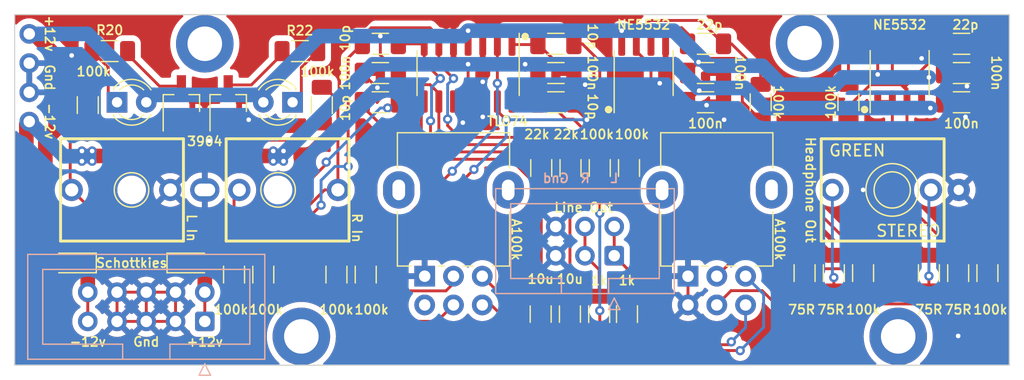
<source format=kicad_pcb>
(kicad_pcb (version 20221018) (generator pcbnew)
  (layers (0 "F.Cu" signal) (31 "B.Cu" signal) (34 "B.Paste" user) (35 "F.Paste" user) (36 "B.SilkS" user "B.Silkscreen") (37 "F.SilkS" user "F.Silkscreen") (38 "B.Mask" user) (39 "F.Mask" user) (44 "Edge.Cuts" user))
  (net 0 "")
  (net 1 "Net-(U1A--)")
  (net 2 "Net-(C1-Pad2)")
  (net 3 "Net-(U1C--)")
  (net 4 "Net-(C2-Pad2)")
  (net 5 "Net-(U1B--)")
  (net 6 "Net-(C16-Pad1)")
  (net 7 "Net-(U1D--)")
  (net 8 "Net-(C4-Pad2)")
  (net 9 "Net-(U3A--)")
  (net 10 "Net-(U3A-+)")
  (net 11 "Net-(U4A--)")
  (net 12 "Net-(U4A-+)")
  (net 13 "+12v")
  (net 14 "-12v")
  (net 15 "Intermediate L")
  (net 16 "Intermediate R")
  (net 17 "Net-(D1-K)")
  (net 18 "Net-(D2-K)")
  (net 19 "Net-(D3-A)")
  (net 20 "Net-(D4-K)")
  (net 21 "In L")
  (net 22 "GND")
  (net 23 "In R")
  (net 24 "Net-(J4-SIG)")
  (net 25 "Net-(J4-SW)")
  (net 26 "Net-(J5-+12V-Pad1)")
  (net 27 "Net-(J5-GND-Pad3)")
  (net 28 "Net-(Q1-B)")
  (net 29 "Net-(Q1-C)")
  (net 30 "Net-(Q2-B)")
  (net 31 "Net-(Q2-C)")
  (net 32 "Net-(R3-Pad1)")
  (net 33 "Net-(R8-Pad1)")
  (net 34 "Net-(R11-Pad1)")
  (net 35 "Net-(R14-Pad1)")
  (net 36 "Net-(U3B--)")
  (net 37 "Net-(U4B--)")
  (footprint "Capacitor_SMD:C_1206_3216Metric_Pad1.33x1.80mm_HandSolder" (layer "F.Cu") (at 97.79 66.0455)
    (fp_text reference "C10" hide)
    (fp_text value "100n")
  )
  (footprint "Capacitor_SMD:C_1206_3216Metric_Pad1.33x1.80mm_HandSolder" (layer "F.Cu") (at 96.4692 87.0005 -90)
    (fp_text reference "C15" hide)
    (fp_text value "10u")
  )
  (footprint "Resistor_SMD:R_1206_3216Metric_Pad1.30x1.75mm_HandSolder" (layer "F.Cu") (at 72.39 83.566 -90)
    (fp_text reference "R6" hide)
    (fp_text value "100k")
  )
  (footprint "Diode_SMD:D_SOD-323_HandSoldering" (layer "F.Cu") (at 66.04 82.5555)
    (fp_text reference "D3" hide)
    (fp_text value "D_Schottky" hide)
  )
  (footprint "Package_SO:SOIC-8_3.9x4.9mm_P1.27mm" (layer "F.Cu") (at 105.41 66.0455 90)
    (fp_text reference "U3" hide)
    (fp_text value "NE5532")
  )
  (footprint "Capacitor_SMD:C_1206_3216Metric_Pad1.33x1.80mm_HandSolder" (layer "F.Cu") (at 97.79 63.5055 180)
    (fp_text reference "C2" hide)
    (fp_text value "10p")
  )
  (footprint "Capacitor_SMD:C_1206_3216Metric_Pad1.33x1.80mm_HandSolder" (layer "F.Cu") (at 110.7825 66.0455 180)
    (fp_text reference "C13" hide)
    (fp_text value "100n")
  )
  (footprint "Capacitor_SMD:C_1206_3216Metric_Pad1.33x1.80mm_HandSolder" (layer "F.Cu") (at 97.79 68.5855 180)
    (fp_text reference "C4" hide)
    (fp_text value "10p")
  )
  (footprint "Capacitor_SMD:C_1206_3216Metric_Pad1.33x1.80mm_HandSolder" (layer "F.Cu") (at 82.55 68.5855 180)
    (fp_text reference "C1" hide)
    (fp_text value "10p")
  )
  (footprint "LED_THT:LED_D3.0mm_Clear" (layer "F.Cu") (at 59.69 68.5855)
    (fp_text reference "D1" hide)
    (fp_text value "LED" hide)
  )
  (footprint "Capacitor_SMD:C_1206_3216Metric_Pad1.33x1.80mm_HandSolder" (layer "F.Cu") (at 133.0075 63.5055 180)
    (fp_text reference "C6" hide)
    (fp_text value "22p")
  )
  (footprint "Potentiometer_THT:Potentiometer_Alpha_RD902F-40-00D_Dual_Vertical" (layer "F.Cu") (at 86.4 83.7055 90)
    (fp_text reference "RV2" hide)
    (fp_text value "R_Potentiometer_Dual 100k" hide)
  )
  (footprint "Resistor_SMD:R_1206_3216Metric_Pad1.30x1.75mm_HandSolder" (layer "F.Cu") (at 123.19 68.58 -90)
    (fp_text reference "R15" hide)
    (fp_text value "100k")
  )
  (footprint "Resistor_SMD:R_1206_3216Metric_Pad1.30x1.75mm_HandSolder" (layer "F.Cu") (at 103.9622 87.0005 90)
    (fp_text reference "R5" hide)
    (fp_text value "1k")
  )
  (footprint "Capacitor_SMD:C_1206_3216Metric_Pad1.33x1.80mm_HandSolder" (layer "F.Cu") (at 110.7825 63.5055)
    (fp_text reference "C5" hide)
    (fp_text value "22p")
  )
  (footprint "Resistor_SMD:R_1206_3216Metric_Pad1.30x1.75mm_HandSolder" (layer "F.Cu") (at 78.74 83.566 90)
    (fp_text reference "R3" hide)
    (fp_text value "100k")
  )
  (footprint "Capacitor_SMD:C_1206_3216Metric_Pad1.33x1.80mm_HandSolder" (layer "F.Cu") (at 82.55 66.0455)
    (fp_text reference "C9" hide)
    (fp_text value "100n")
  )
  (footprint "Capacitor_SMD:C_1206_3216Metric_Pad1.33x1.80mm_HandSolder" (layer "F.Cu") (at 110.7825 68.5855)
    (fp_text reference "C12" hide)
    (fp_text value "100n")
  )
  (footprint "Package_SO:SOIC-14_3.9x8.7mm_P1.27mm" (layer "F.Cu") (at 90.17 66.0455 -90)
    (fp_text reference "U1" hide)
    (fp_text value "TL074")
  )
  (footprint "Resistor_SMD:R_1206_3216Metric_Pad1.30x1.75mm_HandSolder" (layer "F.Cu") (at 101.6 74.3005 -90)
    (fp_text reference "R9" hide)
    (fp_text value "100k")
  )
  (footprint "Resistor_SMD:R_1206_3216Metric_Pad1.30x1.75mm_HandSolder" (layer "F.Cu") (at 69.85 83.566 -90)
    (fp_text reference "R1" hide)
    (fp_text value "100k")
  )
  (footprint "Resistor_SMD:R_1206_3216Metric_Pad1.30x1.75mm_HandSolder" (layer "F.Cu") (at 135.255 83.439 90)
    (fp_text reference "R14" hide)
    (fp_text value "100k")
  )
  (footprint "Resistor_SMD:R_1206_3216Metric_Pad1.30x1.75mm_HandSolder" (layer "F.Cu") (at 104.14 74.3005 -90)
    (fp_text reference "R4" hide)
    (fp_text value "100k")
  )
  (footprint "Package_TO_SOT_SMD:SOT-23_Handsoldering" (layer "F.Cu") (at 65.278 68.6816 90)
    (fp_text reference "Q1" hide)
    (fp_text value "3904")
  )
  (footprint "Capacitor_SMD:C_1206_3216Metric_Pad1.33x1.80mm_HandSolder" (layer "F.Cu") (at 99.0092 87.0005 -90)
    (fp_text reference "C16" hide)
    (fp_text value "10u")
  )
  (footprint "PCM_4ms_Jack:EighthInch_PJ398SM_with_hole" (layer "F.Cu") (at 73.66 76.2055 180)
    (fp_text reference "J2" hide)
    (fp_text value "IN R" hide)
  )
  (footprint "Resistor_SMD:R_1206_3216Metric_Pad1.30x1.75mm_HandSolder" (layer "F.Cu") (at 119.38 83.439 -90)
    (fp_text reference "R23" hide)
    (fp_text value "75R")
  )
  (footprint "Capacitor_SMD:C_1206_3216Metric_Pad1.33x1.80mm_HandSolder" (layer "F.Cu") (at 133.0075 68.5855)
    (fp_text reference "C14" hide)
    (fp_text value "100n")
  )
  (footprint "Resistor_SMD:R_1206_3216Metric_Pad1.30x1.75mm_HandSolder" (layer "F.Cu") (at 130.175 83.4335 -90)
    (fp_text reference "R24" hide)
    (fp_text value "75R")
  )
  (footprint "" (layer "F.Cu") (at 75.692 88.94)
    (fp_text reference "")
    (fp_text value "")
  )
  (footprint "Capacitor_SMD:C_1206_3216Metric_Pad1.33x1.80mm_HandSolder" (layer "F.Cu") (at 133.0075 66.0455 180)
    (fp_text reference "C11" hide)
    (fp_text value "100n")
  )
  (footprint "Resistor_SMD:R_1206_3216Metric_Pad1.30x1.75mm_HandSolder" (layer "F.Cu") (at 77.47 68.834 -90)
    (fp_text reference "R21" hide)
    (fp_text value "100k")
  )
  (footprint "Resistor_SMD:R_1206_3216Metric_Pad1.30x1.75mm_HandSolder" (layer "F.Cu") (at 81.28 83.566 90)
    (fp_text reference "R8" hide)
    (fp_text value "100k")
  )
  (footprint "Package_SO:SOIC-8_3.9x4.9mm_P1.27mm" (layer "F.Cu") (at 127.635 66.0455 90)
    (fp_text reference "U4" hide)
    (fp_text value "NE5532")
  )
  (footprint "Resistor_SMD:R_1206_3216Metric_Pad1.30x1.75mm_HandSolder" (layer "F.Cu") (at 96.52 74.3005 -90)
    (fp_text reference "R2" hide)
    (fp_text value "22k")
  )
  (footprint "Resistor_SMD:R_1206_3216Metric_Pad1.30x1.75mm_HandSolder" (layer "F.Cu") (at 115.57 68.58 90)
    (fp_text reference "R12" hide)
    (fp_text value "100k")
  )
  (footprint "Diode_SMD:D_SOD-323_HandSoldering" (layer "F.Cu") (at 55.88 82.5555 180)
    (fp_text reference "D4" hide)
    (fp_text value "D_Schottky" hide)
  )
  (footprint "Resistor_SMD:R_1206_3216Metric_Pad1.30x1.75mm_HandSolder" (layer "F.Cu") (at 124.46 83.439 90)
    (fp_text reference "R11" hide)
    (fp_text value "100k")
  )
  (footprint "Resistor_SMD:R_1206_3216Metric_Pad1.30x1.75mm_HandSolder" (layer "F.Cu") (at 101.5492 87.0005 90)
    (fp_text reference "R10" hide)
    (fp_text value "1k")
  )
  (footprint "Potentiometer_THT:Potentiometer_Alpha_RD902F-40-00D_Dual_Vertical" (layer "F.Cu") (at 109.26 83.7055 90)
    (fp_text reference "RV1" hide)
    (fp_text value "R_Potentiometer_Dual 100k" hide)
  )
  (footprint "" (layer "F.Cu") (at 67.31 63.5)
    (fp_text reference "")
    (fp_text value "")
  )
  (footprint "PCM_4ms_Jack:EighthInch_Stereo_PJ366ST" (layer "F.Cu") (at 127 76.2055)
    (fp_text reference "J4" hide)
    (fp_text value "3.5mm_Stereo" hide)
  )
  (footprint "" (layer "F.Cu") (at 119.38 63.44)
    (fp_text reference "")
    (fp_text value "")
  )
  (footprint "LED_THT:LED_D3.0mm_Clear" (layer "F.Cu") (at 74.93 68.5855 180)
    (fp_text reference "D2" hide)
    (fp_text value "LED" hide)
  )
  (footprint "Resistor_SMD:R_1206_3216Metric_Pad1.30x1.75mm_HandSolder" (layer "F.Cu") (at 99.06 74.3005 -90)
    (fp_text reference "R7" hide)
    (fp_text value "22k")
  )
  (footprint "Resistor_SMD:R_1206_3216Metric_Pad1.30x1.75mm_HandSolder" (layer "F.Cu") (at 75.565 64.135 180)
    (fp_text reference "R22")
    (fp_text value "1k" hide)
  )
  (footprint "Resistor_SMD:R_1206_3216Metric_Pad1.30x1.75mm_HandSolder" (layer "F.Cu") (at 132.715 83.439 -90)
    (fp_text reference "R16" hide)
    (fp_text value "75R")
  )
  (footprint "Capacitor_SMD:C_1206_3216Metric_Pad1.33x1.80mm_HandSolder" (layer "F.Cu") (at 82.55 63.5055)
    (fp_text reference "C3" hide)
    (fp_text value "10p")
  )
  (footprint "" (layer "F.Cu") (at 127.508 88.94)
    (fp_text reference "")
    (fp_text value "")
  )
  (footprint "PCM_4ms_Jack:EighthInch_PJ398SM_with_hole" (layer "F.Cu") (at 60.96 76.2055)
    (fp_text reference "J1" hide)
    (fp_text value "IN L" hide)
  )
  (footprint "Resistor_SMD:R_1206_3216Metric_Pad1.30x1.75mm_HandSolder" (layer "F.Cu") (at 59.055 64.135)
    (fp_text reference "R20")
    (fp_text value "1k" hide)
  )
  (footprint "Resistor_SMD:R_1206_3216Metric_Pad1.30x1.75mm_HandSolder" (layer "F.Cu") (at 121.92 83.439 -90)
    (fp_text reference "R13" hide)
    (fp_text value "75R")
  )
  (footprint "Resistor_SMD:R_1206_3216Metric_Pad1.30x1.75mm_HandSolder" (layer "F.Cu") (at 57.15 68.834 -90)
    (fp_text reference "R19" hide)
    (fp_text value "100k")
  )
  (footprint "Package_TO_SOT_SMD:SOT-23_Handsoldering" (layer "F.Cu") (at 69.342 68.6816 90)
    (fp_text reference "Q2" hide)
    (fp_text value "3904" hide)
  )
  (footprint "Connector_PinHeader_2.54mm:PinHeader_1x04_P2.54mm_Vertical_no_silkscreen" (layer "B.Cu") (at 52.07 62.6419 180)
    (fp_text reference "J6" hide)
    (fp_text value "Conn_01x04_Pin" hide)
  )
  (footprint "Connector_IDC:IDC-Header_2x03_P2.54mm_Vertical" (layer "B.Cu") (at 102.855 81.9255 90)
    (fp_text reference "J5" hide)
    (fp_text value "Conn_02x03")
  )
  (footprint "Connector_IDC:IDC-Header_2x05_P2.54mm_Vertical" (layer "B.Cu") (at 67.31 87.6355 90)
    (fp_text reference "J3" hide)
    (fp_text value "Eurorack_Power_10pin_Unshrouded" hide)
  )
  (gr_circle (center 124.587 69.2205) (end 124.841 69.2205) (stroke (width 0.15)) (fill solid) (layer "F.SilkS"))
  (gr_circle (center 95.123 62.8705) (end 95.377 62.8705) (stroke (width 0.15)) (fill solid) (layer "F.SilkS"))
  (gr_circle (center 102.362 69.2205) (end 102.616 69.2205) (stroke (width 0.15)) (fill solid) (layer "F.SilkS"))
  (gr_rect (start 50.8 60.9655) (end 137.16 91.4455) (stroke (width 0.1)) (fill none) (layer "Edge.Cuts"))
  (gr_text "L" (at 102.87 75.1895) (layer "B.SilkS") (effects (font (size 0.8 0.8)) (justify mirror)))
  (gr_text "R" (at 100.33 75.1895) (layer "B.SilkS") (effects (font (size 0.8 0.8)) (justify mirror)))
  (gr_text "Gnd" (at 97.79 75.1895) (layer "B.SilkS") (effects (font (size 0.8 0.8)) (justify mirror)))
  (gr_text "Line Out" (at 100.203 77.7295) (layer "F.SilkS") (effects (font (size 0.8 0.8))))
  (gr_text "R In" (at 80.518 79.5075 -90) (layer "F.SilkS") (effects (font (size 0.8 0.8))))
  (gr_text "L In" (at 66.167 79.5075 -90) (layer "F.SilkS") (effects (font (size 0.8 0.8))))
  (gr_text "-12v" (at 57.15 89.4135) (layer "F.SilkS") (effects (font (size 0.8 0.8) (thickness 0.15) bold)))
  (gr_text "+12v" (at 53.848 62.6165 -90) (layer "F.SilkS") (effects (font (size 0.8 0.8) (thickness 0.15) bold)))
  (gr_text "+12v" (at 67.31 89.4135) (layer "F.SilkS") (effects (font (size 0.8 0.8) (thickness 0.15) bold)))
  (gr_text "Gnd" (at 62.23 89.4135) (layer "F.SilkS") (effects (font (size 0.8 0.8))))
  (gr_text "Schottkies\n" (at 60.96 82.5555) (layer "F.SilkS") (effects (font (size 0.8 0.8))))
  (gr_text "-12v" (at 53.848 70.2365 -90) (layer "F.SilkS") (effects (font (size 0.8 0.8) (thickness 0.15) bold)))
  (gr_text "Gnd" (at 53.848 66.4265 270) (layer "F.SilkS") (effects (font (size 0.8 0.8))))
  (gr_text "A100k" (at 117.221 80.5235 270) (layer "F.SilkS") (effects (font (size 0.8 0.8))))
  (gr_text "Headphone Out" (at 119.888 76.2 -90) (layer "F.SilkS") (effects (font (size 0.8 0.8))))
  (gr_text "A100k" (at 94.361 80.5235 270) (layer "F.SilkS") (effects (font (size 0.8 0.8))))
  (segment (start 79.984 80.772) (end 82.6063 80.772) (width 0.25) (layer "F.Cu") (net 1))
  (segment (start 104.14 71.882) (end 104.14 72.7505) (width 0.25) (layer "F.Cu") (net 1))
  (segment (start 92.71 63.5705) (end 92.71 66.946) (width 0.25) (layer "F.Cu") (net 1))
  (segment (start 100.0815 63.5055) (end 101.6 65.024) (width 0.25) (layer "F.Cu") (net 1))
  (segment (start 92.71 63.5705) (end 92.71 62.8705) (width 0.25) (layer "F.Cu") (net 1))
  (segment (start 98.0825 62.2355) (end 99.3525 63.5055) (width 0.25) (layer "F.Cu") (net 1))
  (segment (start 92.71 62.8705) (end 93.345 62.2355) (width 0.25) (layer "F.Cu") (net 1))
  (segment (start 78.74 82.016) (end 79.984 80.772) (width 0.25) (layer "F.Cu") (net 1))
  (segment (start 93.345 62.2355) (end 98.0825 62.2355) (width 0.25) (layer "F.Cu") (net 1))
  (segment (start 101.6 65.024) (end 101.6 69.342) (width 0.25) (layer "F.Cu") (net 1))
  (segment (start 99.3525 63.5055) (end 100.0815 63.5055) (width 0.25) (layer "F.Cu") (net 1))
  (segment (start 82.6063 80.772) (end 88.7984 74.5799) (width 0.25) (layer "F.Cu") (net 1))
  (segment (start 101.6 69.342) (end 104.14 71.882) (width 0.25) (layer "F.Cu") (net 1))
  (via (at 92.71 66.946) (size 0.8) (drill 0.4) (layers "F.Cu" "B.Cu") (net 1))
  (via (at 88.7984 74.5799) (size 0.8) (drill 0.4) (layers "F.Cu" "B.Cu") (net 1))
  (segment (start 88.7984 74.5291) (end 92.71 70.6175) (width 0.25) (layer "B.Cu") (net 1))
  (segment (start 88.7984 74.5799) (end 88.7984 74.5291) (width 0.25) (layer "B.Cu") (net 1))
  (segment (start 92.71 70.6175) (end 92.71 66.946) (width 0.25) (layer "B.Cu") (net 1))
  (segment (start 85.09 70.4905) (end 82.55 70.4905) (width 0.25) (layer "F.Cu") (net 2))
  (segment (start 96.165 75.8505) (end 96.52 75.8505) (width 0.25) (layer "F.Cu") (net 2))
  (segment (start 88.1689 73.5385) (end 93.853 73.5385) (width 0.25) (layer "F.Cu") (net 2))
  (segment (start 82.55 70.4905) (end 80.9875 68.928) (width 0.25) (layer "F.Cu") (net 2))
  (segment (start 86.106 69.4745) (end 85.09 70.4905) (width 0.25) (layer "F.Cu") (net 2))
  (segment (start 80.9875 68.928) (end 80.9875 68.5855) (width 0.25) (layer "F.Cu") (net 2))
  (segment (start 86.106 69.4745) (end 86.106 71.4756) (width 0.25) (layer "F.Cu") (net 2))
  (segment (start 96.52 85.3872) (end 96.4692 85.438) (width 0.25) (layer "F.Cu") (net 2))
  (segment (start 86.36 68.5205) (end 86.36 69.2205) (width 0.25) (layer "F.Cu") (net 2))
  (segment (start 86.106 71.4756) (end 88.1689 73.5385) (width 0.25) (layer "F.Cu") (net 2))
  (segment (start 93.853 73.5385) (end 96.165 75.8505) (width 0.25) (layer "F.Cu") (net 2))
  (segment (start 96.52 75.8505) (end 96.52 85.3872) (width 0.25) (layer "F.Cu") (net 2))
  (segment (start 86.36 69.2205) (end 86.106 69.4745) (width 0.25) (layer "F.Cu") (net 2))
  (segment (start 77.851 73.959044) (end 74.229544 77.5805) (width 0.25) (layer "F.Cu") (net 3))
  (segment (start 86.868 67.056) (end 87.63 67.818) (width 0.25) (layer "F.Cu") (net 3))
  (segment (start 83.185 69.088) (end 83.61 69.088) (width 0.25) (layer "F.Cu") (net 3))
  (segment (start 87.63 67.818) (end 87.63 68.5205) (width 0.25) (layer "F.Cu") (net 3))
  (segment (start 74.229544 77.5805) (end 73.80625 77.5805) (width 0.25) (layer "F.Cu") (net 3))
  (segment (start 85.642 67.056) (end 86.868 67.056) (width 0.25) (layer "F.Cu") (net 3))
  (segment (start 77.851 73.787) (end 77.851 73.959044) (width 0.25) (layer "F.Cu") (net 3))
  (segment (start 88.8801 72.2685) (end 87.63 71.0184) (width 0.25) (layer "F.Cu") (net 3))
  (segment (start 83.61 69.088) (end 84.1125 68.5855) (width 0.25) (layer "F.Cu") (net 3))
  (segment (start 87.63 71.0184) (end 87.63 68.5205) (width 0.25) (layer "F.Cu") (net 3))
  (segment (start 71.12 80.26675) (end 71.12 83.846) (width 0.25) (layer "F.Cu") (net 3))
  (segment (start 96.038 72.2685) (end 88.8801 72.2685) (width 0.25) (layer "F.Cu") (net 3))
  (segment (start 71.12 83.846) (end 69.85 85.116) (width 0.25) (layer "F.Cu") (net 3))
  (segment (start 73.80625 77.5805) (end 71.12 80.26675) (width 0.25) (layer "F.Cu") (net 3))
  (segment (start 84.1125 68.5855) (end 85.642 67.056) (width 0.25) (layer "F.Cu") (net 3))
  (segment (start 96.52 72.7505) (end 96.038 72.2685) (width 0.25) (layer "F.Cu") (net 3))
  (via (at 77.851 73.787) (size 0.8) (drill 0.4) (layers "F.Cu" "B.Cu") (net 3))
  (via (at 83.185 69.088) (size 0.8) (drill 0.4) (layers "F.Cu" "B.Cu") (net 3))
  (segment (start 77.851 73.787) (end 82.55 69.088) (width 0.25) (layer "B.Cu") (net 3))
  (segment (start 82.55 69.088) (end 83.185 69.088) (width 0.25) (layer "B.Cu") (net 3))
  (segment (start 96.1625 63.5705) (end 96.2275 63.5055) (width 0.25) (layer "F.Cu") (net 4))
  (segment (start 93.98 63.5705) (end 96.1625 63.5705) (width 0.25) (layer "F.Cu") (net 4))
  (segment (start 104.14 75.8505) (end 102.87 74.5805) (width 0.25) (layer "F.Cu") (net 4))
  (segment (start 101.092 65.532) (end 100.33 64.77) (width 0.25) (layer "F.Cu") (net 4))
  (segment (start 102.87 74.5805) (end 102.87 71.4248) (width 0.25) (layer "F.Cu") (net 4))
  (segment (start 105.283 87.5085) (end 105.283 79.6345) (width 0.25) (layer "F.Cu") (net 4))
  (segment (start 104.14 78.4915) (end 104.14 75.8505) (width 0.25) (layer "F.Cu") (net 4))
  (segment (start 100.33 64.77) (end 97.492 64.77) (width 0.25) (layer "F.Cu") (net 4))
  (segment (start 104.241 88.5505) (end 105.283 87.5085) (width 0.25) (layer "F.Cu") (net 4))
  (segment (start 105.283 79.6345) (end 104.14 78.4915) (width 0.25) (layer "F.Cu") (net 4))
  (segment (start 97.492 64.77) (end 96.2275 63.5055) (width 0.25) (layer "F.Cu") (net 4))
  (segment (start 101.092 69.6468) (end 101.092 65.532) (width 0.25) (layer "F.Cu") (net 4))
  (segment (start 102.87 71.4248) (end 101.092 69.6468) (width 0.25) (layer "F.Cu") (net 4))
  (segment (start 103.9622 88.5505) (end 104.241 88.5505) (width 0.25) (layer "F.Cu") (net 4))
  (segment (start 87.63 62.8705) (end 86.868 62.1085) (width 0.25) (layer "F.Cu") (net 5))
  (segment (start 80.9875 62.8781) (end 80.9875 63.5055) (width 0.25) (layer "F.Cu") (net 5))
  (segment (start 87.63 65.248) (end 87.63 63.5705) (width 0.25) (layer "F.Cu") (net 5))
  (segment (start 88.9 66.518) (end 87.63 65.248) (width 0.25) (layer "F.Cu") (net 5))
  (segment (start 79.756 64.737) (end 80.9875 63.5055) (width 0.25) (layer "F.Cu") (net 5))
  (segment (start 88.392 70.6175) (end 89.408 71.6335) (width 0.25) (layer "F.Cu") (net 5))
  (segment (start 79.756 74.168) (end 79.756 64.737) (width 0.25) (layer "F.Cu") (net 5))
  (segment (start 87.63 63.5705) (end 87.63 62.8705) (width 0.25) (layer "F.Cu") (net 5))
  (segment (start 89.408 71.6335) (end 97.943 71.6335) (width 0.25) (layer "F.Cu") (net 5))
  (segment (start 77.406147 77.533853) (end 73.914 81.026) (width 0.25) (layer "F.Cu") (net 5))
  (segment (start 88.392 70.0532) (end 88.392 70.6175) (width 0.25) (layer "F.Cu") (net 5))
  (segment (start 73.914 81.026) (end 73.914 83.592) (width 0.25) (layer "F.Cu") (net 5))
  (segment (start 97.943 71.6335) (end 99.06 72.7505) (width 0.25) (layer "F.Cu") (net 5))
  (segment (start 77.406147 77.533147) (end 77.406147 77.533853) (width 0.25) (layer "F.Cu") (net 5))
  (segment (start 81.7571 62.1085) (end 80.9875 62.8781) (width 0.25) (layer "F.Cu") (net 5))
  (segment (start 86.868 62.1085) (end 81.7571 62.1085) (width 0.25) (layer "F.Cu") (net 5))
  (segment (start 73.914 83.592) (end 72.39 85.116) (width 0.25) (layer "F.Cu") (net 5))
  (via (at 77.406147 77.533147) (size 0.8) (drill 0.4) (layers "F.Cu" "B.Cu") (net 5))
  (via (at 79.756 74.168) (size 0.8) (drill 0.4) (layers "F.Cu" "B.Cu") (net 5))
  (via (at 88.392 70.0532) (size 0.8) (drill 0.4) (layers "F.Cu" "B.Cu") (net 5))
  (via (at 88.9 66.518) (size 0.8) (drill 0.4) (layers "F.Cu" "B.Cu") (net 5))
  (segment (start 88.392 70.0532) (end 88.392 67.026) (width 0.25) (layer "B.Cu") (net 5))
  (segment (start 88.392 67.026) (end 88.9 66.518) (width 0.25) (layer "B.Cu") (net 5))
  (segment (start 77.406147 77.533147) (end 77.406147 75.374853) (width 0.25) (layer "B.Cu") (net 5))
  (segment (start 77.406147 75.374853) (end 78.613 74.168) (width 0.25) (layer "B.Cu") (net 5))
  (segment (start 78.613 74.168) (end 79.756 74.168) (width 0.25) (layer "B.Cu") (net 5))
  (segment (start 86.295 63.5055) (end 84.1125 63.5055) (width 0.25) (layer "F.Cu") (net 6))
  (segment (start 99.06 75.8505) (end 99.0092 75.9013) (width 0.25) (layer "F.Cu") (net 6))
  (segment (start 99.0092 75.9013) (end 99.0092 85.438) (width 0.25) (layer "F.Cu") (net 6))
  (segment (start 86.36 65.121) (end 86.36 63.5705) (width 0.25) (layer "F.Cu") (net 6))
  (segment (start 88.5499 72.9035) (end 94.488 72.9035) (width 0.25) (layer "F.Cu") (net 6))
  (segment (start 86.9055 71.2591) (end 88.5499 72.9035) (width 0.25) (layer "F.Cu") (net 6))
  (segment (start 86.9055 70.2056) (end 86.9055 71.2591) (width 0.25) (layer "F.Cu") (net 6))
  (segment (start 87.757 66.518) (end 86.36 65.121) (width 0.25) (layer "F.Cu") (net 6))
  (segment (start 97.891 74.6815) (end 99.06 75.8505) (width 0.25) (layer "F.Cu") (net 6))
  (segment (start 86.36 63.5705) (end 86.295 63.5055) (width 0.25) (layer "F.Cu") (net 6))
  (segment (start 96.266 74.6815) (end 97.891 74.6815) (width 0.25) (layer "F.Cu") (net 6))
  (segment (start 94.488 72.9035) (end 96.266 74.6815) (width 0.25) (layer "F.Cu") (net 6))
  (via (at 87.757 66.518) (size 0.8) (drill 0.4) (layers "F.Cu" "B.Cu") (net 6))
  (via (at 86.9055 70.2056) (size 0.8) (drill 0.4) (layers "F.Cu" "B.Cu") (net 6))
  (segment (start 86.995 70.1161) (end 86.995 67.28) (width 0.25) (layer "B.Cu") (net 6))
  (segment (start 86.995 67.28) (end 87.757 66.518) (width 0.25) (layer "B.Cu") (net 6))
  (segment (start 86.9055 70.2056) (end 86.995 70.1161) (width 0.25) (layer "B.Cu") (net 6))
  (segment (start 92.71 69.3475) (end 92.71 68.5205) (width 0.25) (layer "F.Cu") (net 7))
  (segment (start 99.3525 68.9741) (end 99.3525 68.5855) (width 0.25) (layer "F.Cu") (net 7))
  (segment (start 93.472 70.1095) (end 92.71 69.3475) (width 0.25) (layer "F.Cu") (net 7))
  (segment (start 81.28 82.016) (end 83.084 82.016) (width 0.25) (layer "F.Cu") (net 7))
  (segment (start 100.4824 70.104) (end 99.3525 68.9741) (width 0.25) (layer "F.Cu") (net 7))
  (segment (start 100.4824 70.104) (end 101.6 71.2216) (width 0.25) (layer "F.Cu") (net 7))
  (segment (start 101.6 71.2216) (end 101.6 72.7505) (width 0.25) (layer "F.Cu") (net 7))
  (segment (start 83.084 82.016) (end 90.678 74.422) (width 0.25) (layer "F.Cu") (net 7))
  (via (at 93.472 70.1095) (size 0.8) (drill 0.4) (layers "F.Cu" "B.Cu") (net 7))
  (via (at 100.4824 70.104) (size 0.8) (drill 0.4) (layers "F.Cu" "B.Cu") (net 7))
  (via (at 90.678 74.422) (size 0.8) (drill 0.4) (layers "F.Cu" "B.Cu") (net 7))
  (segment (start 90.678 74.422) (end 93.472 71.628) (width 0.25) (layer "B.Cu") (net 7))
  (segment (start 93.472 71.628) (end 93.472 70.1095) (width 0.25) (layer "B.Cu") (net 7))
  (segment (start 100.4824 70.104) (end 93.4775 70.104) (width 0.25) (layer "B.Cu") (net 7))
  (segment (start 93.4775 70.104) (end 93.472 70.1095) (width 0.25) (layer "B.Cu") (net 7))
  (segment (start 100.33 71.0692) (end 99.314 70.0532) (width 0.25) (layer "F.Cu") (net 8))
  (segment (start 97.1859 68.5855) (end 96.2275 68.5855) (width 0.25) (layer "F.Cu") (net 8))
  (segment (start 101.6 86.7) (end 101.6 88.4997) (width 0.25) (layer "F.Cu") (net 8))
  (segment (start 96.1625 68.5205) (end 96.2275 68.5855) (width 0.25) (layer "F.Cu") (net 8))
  (segment (start 101.6 75.8505) (end 100.33 74.5805) (width 0.25) (layer "F.Cu") (net 8))
  (segment (start 99.314 70.0532) (end 98.6536 70.0532) (width 0.25) (layer "F.Cu") (net 8))
  (segment (start 93.98 68.5205) (end 96.1625 68.5205) (width 0.25) (layer "F.Cu") (net 8))
  (segment (start 101.6 88.4997) (end 101.5492 88.5505) (width 0.25) (layer "F.Cu") (net 8))
  (segment (start 100.33 74.5805) (end 100.33 71.0692) (width 0.25) (layer "F.Cu") (net 8))
  (segment (start 101.6 78.2375) (end 101.6 75.8505) (width 0.25) (layer "F.Cu") (net 8))
  (segment (start 98.6536 70.0532) (end 97.1859 68.5855) (width 0.25) (layer "F.Cu") (net 8))
  (via (at 101.6 78.2375) (size 0.8) (drill 0.4) (layers "F.Cu" "B.Cu") (net 8))
  (via (at 101.6 86.7) (size 0.8) (drill 0.4) (layers "F.Cu" "B.Cu") (net 8))
  (segment (start 101.6 86.7) (end 101.6 78.2375) (width 0.25) (layer "B.Cu") (net 8))
  (segment (start 104.775 70.739) (end 104.775 68.5205) (width 0.25) (layer "F.Cu") (net 9))
  (segment (start 115.925 81.889) (end 104.775 70.739) (width 0.25) (layer "F.Cu") (net 9))
  (segment (start 119.38 81.889) (end 115.925 81.889) (width 0.25) (layer "F.Cu") (net 9))
  (segment (start 104.775 68.5205) (end 103.505 68.5205) (width 0.25) (layer "F.Cu") (net 9))
  (segment (start 104.775 62.651125) (end 105.952625 61.4735) (width 0.25) (layer "F.Cu") (net 10))
  (segment (start 112.345 63.5055) (end 113.0355 63.5055) (width 0.25) (layer "F.Cu") (net 10))
  (segment (start 104.775 63.5705) (end 104.775 64.1405) (width 0.25) (layer "F.Cu") (net 10))
  (segment (start 121.92 81.889) (end 120.803 80.772) (width 0.25) (layer "F.Cu") (net 10))
  (segment (start 120.803 80.772) (end 115.7045 80.772) (width 0.25) (layer "F.Cu") (net 10))
  (segment (start 106.045 71.1125) (end 106.045 68.5205) (width 0.25) (layer "F.Cu") (net 10))
  (segment (start 106.045 65.4105) (end 106.045 68.5205) (width 0.25) (layer "F.Cu") (net 10))
  (segment (start 104.775 63.5705) (end 104.775 62.651125) (width 0.25) (layer "F.Cu") (net 10))
  (segment (start 115.57 66.04) (end 115.57 67.03) (width 0.25) (layer "F.Cu") (net 10))
  (segment (start 113.0355 63.5055) (end 115.57 66.04) (width 0.25) (layer "F.Cu") (net 10))
  (segment (start 115.7045 80.772) (end 106.045 71.1125) (width 0.25) (layer "F.Cu") (net 10))
  (segment (start 104.775 64.1405) (end 106.045 65.4105) (width 0.25) (layer "F.Cu") (net 10))
  (segment (start 110.313 61.4735) (end 105.952625 61.4735) (width 0.25) (layer "F.Cu") (net 10))
  (segment (start 110.313 61.4735) (end 112.345 63.5055) (width 0.25) (layer "F.Cu") (net 10))
  (segment (start 127 68.5205) (end 125.73 68.5205) (width 0.25) (layer "F.Cu") (net 11))
  (segment (start 127 78.7085) (end 127 68.5205) (width 0.25) (layer "F.Cu") (net 11))
  (segment (start 130.175 81.8835) (end 127 78.7085) (width 0.25) (layer "F.Cu") (net 11))
  (segment (start 128.0795 67.2465) (end 128.27 67.437) (width 0.25) (layer "F.Cu") (net 12))
  (segment (start 128.27 67.564) (end 127.762 67.056) (width 0.25) (layer "F.Cu") (net 12))
  (segment (start 130.265 65.061) (end 130.265 65.070305) (width 0.25) (layer "F.Cu") (net 12))
  (segment (start 131.445 63.881) (end 130.265 65.061) (width 0.25) (layer "F.Cu") (net 12))
  (segment (start 132.715 81.889) (end 128.27 77.444) (width 0.25) (layer "F.Cu") (net 12))
  (segment (start 127.762 67.056) (end 125.095 67.056) (width 0.25) (layer "F.Cu") (net 12))
  (segment (start 127 66.167) (end 127 63.5705) (width 0.25) (layer "F.Cu") (net 12))
  (segment (start 129.840305 65.495) (end 129.831 65.495) (width 0.25) (layer "F.Cu") (net 12))
  (segment (start 129.831 65.495) (end 128.0795 67.2465) (width 0.25) (layer "F.Cu") (net 12))
  (segment (start 123.19 68.961) (end 123.19 70.13) (width 0.25) (layer "F.Cu") (net 12))
  (segment (start 128.27 68.5205) (end 128.27 67.437) (width 0.25) (layer "F.Cu") (net 12))
  (segment (start 130.265 65.070305) (end 129.840305 65.495) (width 0.25) (layer "F.Cu") (net 12))
  (segment (start 128.27 67.437) (end 127 66.167) (width 0.25) (layer "F.Cu") (net 12))
  (segment (start 131.445 63.5055) (end 131.445 63.881) (width 0.25) (layer "F.Cu") (net 12))
  (segment (start 125.095 67.056) (end 123.19 68.961) (width 0.25) (layer "F.Cu") (net 12))
  (segment (start 128.27 68.5205) (end 128.27 67.564) (width 0.25) (layer "F.Cu") (net 12))
  (segment (start 128.27 77.444) (end 128.27 68.5205) (width 0.25) (layer "F.Cu") (net 12))
  (segment (start 130.175 66.421) (end 131.0695 66.421) (width 0.25) (layer "F.Cu") (net 13))
  (segment (start 82.55 64.483) (end 84.1125 66.0455) (width 0.25) (layer "F.Cu") (net 13))
  (segment (start 52.4764 62.6419) (end 52.07 62.6419) (width 1.27) (layer "F.Cu") (net 13))
  (segment (start 62.504 80.2695) (end 55.245 80.2695) (width 1.27) (layer "F.Cu") (net 13))
  (segment (start 53.467 78.4915) (end 53.467 71.882) (width 1.27) (layer "F.Cu") (net 13))
  (segment (start 90.17 62.3625) (end 90.17 63.5705) (width 0.25) (layer "F.Cu") (net 13))
  (segment (start 125.73 63.5705) (end 125.73 66.167) (width 0.25) (layer "F.Cu") (net 13))
  (segment (start 64.79 82.5555) (end 62.504 80.2695) (width 1.27) (layer "F.Cu") (net 13))
  (segment (start 131.0695 66.421) (end 131.445 66.0455) (width 0.25) (layer "F.Cu") (net 13))
  (segment (start 53.467 71.882) (end 54.356 70.993) (width 1.27) (layer "F.Cu") (net 13))
  (segment (start 54.356 70.993) (end 54.356 64.5215) (width 1.27) (layer "F.Cu") (net 13))
  (segment (start 82.55 62.833) (end 82.55 64.483) (width 0.25) (layer "F.Cu") (net 13))
  (segment (start 103.505 62.3625) (end 103.505 63.5705) (width 0.25) (layer "F.Cu") (net 13))
  (segment (start 110.17525 65.09025) (end 109.22 66.0455) (width 0.25) (layer "F.Cu") (net 13))
  (segment (start 55.245 80.2695) (end 53.467 78.4915) (width 1.27) (layer "F.Cu") (net 13))
  (segment (start 54.356 64.5215) (end 52.4764 62.6419) (width 1.27) (layer "F.Cu") (net 13))
  (via (at 125.73 66.167) (size 0.8) (drill 0.4) (layers "F.Cu" "B.Cu") (net 13))
  (via (at 90.17 62.3625) (size 0.8) (drill 0.4) (layers "F.Cu" "B.Cu") (net 13))
  (via (at 103.505 62.3625) (size 0.8) (drill 0.4) (layers "F.Cu" "B.Cu") (net 13))
  (via (at 110.17525 65.09025) (size 0.8) (drill 0.4) (layers "F.Cu" "B.Cu") (net 13))
  (via (at 130.175 66.421) (size 0.8) (drill 0.4) (layers "F.Cu" "B.Cu") (net 13))
  (via (at 82.55 62.833) (size 0.8) (drill 0.4) (layers "F.Cu" "B.Cu") (net 13))
  (segment (start 130.175 66.421) (end 122.682 66.421) (width 1.27) (layer "B.Cu") (net 13))
  (segment (start 108.010402 62.3625) (end 90.17 62.3625) (width 1.27) (layer "B.Cu") (net 13))
  (segment (start 71.7495 67.945) (end 62.8705 67.945) (width 1.27) (layer "B.Cu") (net 13))
  (segment (start 82.55 62.833) (end 77.2125 62.833) (width 1.27) (layer "B.Cu") (net 13))
  (segment (start 72.39 68.5855) (end 71.7495 67.945) (width 1.27) (layer "B.Cu") (net 13))
  (segment (start 117.3425 67.056) (end 115.697 65.4105) (width 1.27) (layer "B.Cu") (net 13))
  (segment (start 89.6995 62.833) (end 90.17 62.3625) (width 1.27) (layer "B.Cu") (net 13))
  (segment (start 111.058402 65.4105) (end 108.010402 62.3625) (width 1.27) (layer "B.Cu") (net 13))
  (segment (start 122.047 67.056) (end 117.3425 67.056) (width 1.27) (layer "B.Cu") (net 13))
  (segment (start 115.697 65.4105) (end 111.058402 65.4105) (width 1.27) (layer "B.Cu") (net 13))
  (segment (start 77.2125 62.833) (end 72.39 67.6555) (width 1.27) (layer "B.Cu") (net 13))
  (segment (start 62.23 68.5855) (end 62.23 67.734) (width 1.27) (layer "B.Cu") (net 13))
  (segment (start 122.682 66.421) (end 122.047 67.056) (width 1.27) (layer "B.Cu") (net 13))
  (segment (start 82.55 62.833) (end 89.6995 62.833) (width 1.27) (layer "B.Cu") (net 13))
  (segment (start 57.1379 62.6419) (end 52.07 62.6419) (width 1.27) (layer "B.Cu") (net 13))
  (segment (start 62.23 67.734) (end 57.1379 62.6419) (width 1.27) (layer "B.Cu") (net 13))
  (segment (start 62.8705 67.945) (end 62.23 68.5855) (width 1.27) (layer "B.Cu") (net 13))
  (segment (start 72.39 67.6555) (end 72.39 68.5855) (width 1.27) (layer "B.Cu") (net 13))
  (segment (start 130.302 69.088) (end 129.794 69.088) (width 0.25) (layer "F.Cu") (net 14))
  (segment (start 90.17 68.5205) (end 90.17 65.278) (width 0.25) (layer "F.Cu") (net 14))
  (segment (start 130.9425 69.088) (end 131.445 68.5855) (width 0.25) (layer "F.Cu") (net 14))
  (segment (start 130.302 69.088) (end 130.9425 69.088) (width 0.25) (layer "F.Cu") (net 14))
  (segment (start 110.236 67.5695) (end 109.22 68.5855) (width 0.25) (layer "F.Cu") (net 14))
  (segment (start 95.123 65.278) (end 95.8905 66.0455) (width 0.25) (layer "F.Cu") (net 14))
  (segment (start 54.63 82.5555) (end 51.816 79.7415) (width 1.27) (layer "F.Cu") (net 14))
  (segment (start 129.794 69.088) (end 129.54 68.834) (width 0.25) (layer "F.Cu") (net 14))
  (segment (start 129.54 68.834) (end 129.54 68.5205) (width 0.25) (layer "F.Cu") (net 14))
  (segment (start 95.8905 66.0455) (end 96.2275 66.0455) (width 0.25) (layer "F.Cu") (net 14))
  (segment (start 73.8632 73.2536) (end 56.896 73.2536) (width 1.27) (layer "F.Cu") (net 14))
  (segment (start 51.816 79.7415) (end 51.816 70.5159) (width 1.27) (layer "F.Cu") (net 14))
  (segment (start 109.22 68.5855) (end 107.38 68.5855) (width 0.25) (layer "F.Cu") (net 14))
  (segment (start 107.38 68.5855) (end 107.315 68.5205) (width 0.25) (layer "F.Cu") (net 14))
  (segment (start 51.816 70.5159) (end 52.07 70.2619) (width 1.27) (layer "F.Cu") (net 14))
  (via (at 57.531 72.8218) (size 0.8) (drill 0.4) (layers "F.Cu" "B.Cu") (net 14))
  (via (at 73.2536 72.8218) (size 0.8) (drill 0.4) (layers "F.Cu" "B.Cu") (net 14))
  (via (at 95.123 65.278) (size 0.8) (drill 0.4) (layers "F.Cu" "B.Cu") (net 14))
  (via (at 57.531 73.7108) (size 0.8) (drill 0.4) (layers "F.Cu" "B.Cu") (net 14))
  (via (at 74.1426 72.8218) (size 0.8) (drill 0.4) (layers "F.Cu" "B.Cu") (net 14))
  (via (at 90.17 65.278) (size 0.8) (drill 0.4) (layers "F.Cu" "B.Cu") (net 14))
  (via (at 56.642 72.8218) (size 0.8) (drill 0.4) (layers "F.Cu" "B.Cu") (net 14))
  (via (at 110.236 67.5695) (size 0.8) (drill 0.4) (layers "F.Cu" "B.Cu") (net 14))
  (via (at 74.1426 73.7108) (size 0.8) (drill 0.4) (layers "F.Cu" "B.Cu") (net 14))
  (via (at 130.302 69.088) (size 0.8) (drill 0.4) (layers "F.Cu" "B.Cu") (net 14))
  (via (at 56.642 73.7108) (size 0.8) (drill 0.4) (layers "F.Cu" "B.Cu") (net 14))
  (via (at 73.2536 73.7108) (size 0.8) (drill 0.4) (layers "F.Cu" "B.Cu") (net 14))
  (segment (start 114.203 67.3455) (end 110.1445 67.3455) (width 1.27) (layer "B.Cu") (net 14))
  (segment (start 95.1285 65.2835) (end 95.123 65.278) (width 1.27) (layer "B.Cu") (net 14))
  (segment (start 110.1445 67.3455) (end 108.0825 65.2835) (width 1.27) (layer "B.Cu") (net 14))
  (segment (start 95.123 65.278) (end 95.1175 65.2835) (width 1.27) (layer "B.Cu") (net 14))
  (segment (start 130.302 69.088) (end 115.9455 69.088) (width 1.27) (layer "B.Cu") (net 14))
  (segment (start 56.769 73.279) (end 55.0871 73.279) (width 1.27) (layer "B.Cu") (net 14))
  (segment (start 57.277 73.279) (end 56.769 73.279) (width 1.27) (layer "B.Cu") (net 14))
  (segment (start 55.0871 73.279) (end 52.07 70.2619) (width 1.27) (layer "B.Cu") (net 14))
  (segment (start 73.914 73.279) (end 73.406 73.279) (width 1.27) (layer "B.Cu") (net 14))
  (segment (start 95.1175 65.2835) (end 81.9095 65.2835) (width 1.27) (layer "B.Cu") (net 14))
  (segment (start 108.0825 65.2835) (end 95.1285 65.2835) (width 1.27) (layer "B.Cu") (net 14))
  (segment (start 81.9095 65.2835) (end 73.914 73.279) (width 1.27) (layer "B.Cu") (net 14))
  (segment (start 115.9455 69.088) (end 114.203 67.3455) (width 1.27) (layer "B.Cu") (net 14))
  (segment (start 91.4 86.2055) (end 92.1745 86.2055) (width 0.25) (layer "F.Cu") (net 15))
  (segment (start 98.0762 90.17) (end 96.4692 88.563) (width 0.25) (layer "F.Cu") (net 15))
  (segment (start 94.532 88.563) (end 96.4692 88.563) (width 0.25) (layer "F.Cu") (net 15))
  (segment (start 92.1745 86.2055) (end 94.532 88.563) (width 0.25) (layer "F.Cu") (net 15))
  (segment (start 113.792 90.1755) (end 113.7865 90.17) (width 0.25) (layer "F.Cu") (net 15))
  (segment (start 113.7865 90.17) (end 98.0762 90.17) (width 0.25) (layer "F.Cu") (net 15))
  (via (at 113.792 90.1755) (size 0.8) (drill 0.4) (layers "F.Cu" "B.Cu") (net 15))
  (segment (start 115.824 85.2695) (end 114.26 83.7055) (width 0.25) (layer "B.Cu") (net 15))
  (segment (start 115.824 88.1435) (end 115.824 85.2695) (width 0.25) (layer "B.Cu") (net 15))
  (segment (start 113.792 90.1755) (end 115.824 88.1435) (width 0.25) (layer "B.Cu") (net 15))
  (segment (start 94.8165 87.122) (end 97.5682 87.122) (width 0.25) (layer "F.Cu") (net 16))
  (segment (start 97.5682 87.122) (end 99.0092 88.563) (width 0.25) (layer "F.Cu") (net 16))
  (segment (start 112.772195 89.662) (end 100.1082 89.662) (width 0.25) (layer "F.Cu") (net 16))
  (segment (start 91.4 83.7055) (end 94.8165 87.122) (width 0.25) (layer "F.Cu") (net 16))
  (segment (start 100.1082 89.662) (end 99.0092 88.563) (width 0.25) (layer "F.Cu") (net 16))
  (segment (start 113.020695 89.4135) (end 112.772195 89.662) (width 0.25) (layer "F.Cu") (net 16))
  (via (at 113.020695 89.4135) (size 0.8) (drill 0.4) (layers "F.Cu" "B.Cu") (net 16))
  (segment (start 114.26 88.174195) (end 114.26 86.2055) (width 0.25) (layer "B.Cu") (net 16))
  (segment (start 113.020695 89.4135) (end 114.26 88.174195) (width 0.25) (layer "B.Cu") (net 16))
  (segment (start 58.928 65.558) (end 57.505 64.135) (width 0.25) (layer "F.Cu") (net 17))
  (segment (start 58.928 67.8235) (end 58.928 65.558) (width 0.25) (layer "F.Cu") (net 17))
  (segment (start 59.69 68.5855) (end 58.928 67.8235) (width 0.25) (layer "F.Cu") (net 17))
  (segment (start 75.692 67.8235) (end 75.692 65.558) (width 0.25) (layer "F.Cu") (net 18))
  (segment (start 74.93 68.5855) (end 75.692 67.8235) (width 0.25) (layer "F.Cu") (net 18))
  (segment (start 75.692 65.558) (end 77.115 64.135) (width 0.25) (layer "F.Cu") (net 18))
  (segment (start 67.31 82.5755) (end 67.29 82.5555) (width 1.27) (layer "F.Cu") (net 19))
  (segment (start 67.31 85.3495) (end 67.31 82.5755) (width 1.27) (layer "F.Cu") (net 19))
  (segment (start 67.31 85.0955) (end 67.31 87.6355) (width 0.25) (layer "F.Cu") (net 19))
  (segment (start 57.15 85.0955) (end 57.15 87.6355) (width 0.25) (layer "F.Cu") (net 20))
  (segment (start 57.15 85.3495) (end 57.15 82.5555) (width 1.27) (layer "F.Cu") (net 20))
  (segment (start 57.15 67.0355) (end 55.626 68.5595) (width 0.25) (layer "F.Cu") (net 21))
  (segment (start 69.85 76.6627) (end 70.3072 76.2055) (width 0.25) (layer "F.Cu") (net 21))
  (segment (start 66.828 78.994) (end 69.85 82.016) (width 0.25) (layer "F.Cu") (net 21))
  (segment (start 55.626 68.5595) (end 55.626 76.0785) (width 0.25) (layer "F.Cu") (net 21))
  (segment (start 69.85 82.016) (end 69.85 76.6627) (width 0.25) (layer "F.Cu") (net 21))
  (segment (start 55.753 76.2055) (end 58.5415 78.994) (width 0.25) (layer "F.Cu") (net 21))
  (segment (start 58.5415 78.994) (end 66.828 78.994) (width 0.25) (layer "F.Cu") (net 21))
  (segment (start 55.626 76.0785) (end 55.753 76.2055) (width 0.25) (layer "F.Cu") (net 21))
  (segment (start 66.228 69.662) (end 66.228 70.08) (width 0.25) (layer "F.Cu") (net 22))
  (segment (start 82.296 67.3155) (end 82.2575 67.3155) (width 0.25) (layer "F.Cu") (net 22))
  (segment (start 133.477 67.1885) (end 133.477 67.1385) (width 0.25) (layer "F.Cu") (net 22))
  (segment (start 107.315 63.5705) (end 107.315 64.333749) (width 0.25) (layer "F.Cu") (net 22))
  (segment (start 59.69 85.0955) (end 64.77 85.0955) (width 0.25) (layer "F.Cu") (net 22))
  (segment (start 82.2575 67.3155) (end 80.9875 66.0455) (width 0.25) (layer "F.Cu") (net 22))
  (segment (start 107.38 63.5055) (end 107.315 63.5705) (width 0.25) (layer "F.Cu") (net 22))
  (segment (start 88.9 69.088) (end 88.9 68.5205) (width 0.25) (layer "F.Cu") (net 22))
  (segment (start 64.77 87.6355) (end 59.69 87.6355) (width 0.25) (layer "F.Cu") (net 22))
  (segment (start 89.7128 69.9008) (end 88.9 69.088) (width 0.25) (layer "F.Cu") (net 22))
  (segment (start 99.3525 66.0785) (end 100.33 67.056) (width 0.25) (layer "F.Cu") (net 22))
  (segment (start 59.69 85.0955) (end 59.69 87.6355) (width 0.25) (layer "F.Cu") (net 22))
  (segment (start 62.23 85.0955) (end 62.23 87.6355) (width 0.25) (layer "F.Cu") (net 22))
  (segment (start 70.292 70.08) (end 70.292 69.53) (width 0.25) (layer "F.Cu") (net 22))
  (segment (start 99.3525 66.0455) (end 99.3525 66.0785) (width 0.25) (layer "F.Cu") (net 22))
  (segment (start 133.477 67.1385) (end 134.57 66.0455) (width 0.25) (layer "F.Cu") (net 22))
  (segment (start 89.7128 70.358) (end 89.7128 69.9008) (width 0.25) (layer "F.Cu") (net 22))
  (segment (start 109.26 83.7055) (end 109.26 86.2055) (width 0.25) (layer "F.Cu") (net 22))
  (segment (start 133.35 69.8055) (end 134.57 68.5855) (width 0.25) (layer "F.Cu") (net 22))
  (segment (start 64.77 85.0955) (end 64.77 87.6355) (width 0.25) (layer "F.Cu") (net 22))
  (via (at 132.715 88.9) (size 0.8) (drill 0.4) (layers "F.Cu" "B.Cu") (net 22))
  (via (at 124.46 76.2) (size 0.8) (drill 0.4) (layers "F.Cu" "B.Cu") (net 22))
  (via (at 110.871 68.8395) (size 0.8) (drill 0.4) (layers "F.Cu" "B.Cu") (net 22))
  (via (at 89.7128 70.358) (size 0.8) (drill 0.4) (layers "F.Cu" "B.Cu") (net 22))
  (via (at 112.395 70.104) (size 0.8) (drill 0.4) (layers "F.Cu" "B.Cu") (net 22))
  (via (at 133.477 67.1885) (size 0.8) (drill 0.4) (layers "F.Cu" "B.Cu") (net 22))
  (via (at 67.691 71.9328) (size 0.8) (drill 0.4) (layers "F.Cu" "B.Cu") (net 22))
  (via (at 133.35 69.8555) (size 0.8) (drill 0.4) (layers "F.Cu" "B.Cu") (net 22))
  (via (at 55.753 64.516) (size 0.8) (drill 0.4) (layers "F.Cu" "B.Cu") (net 22))
  (via (at 129.54 64.77) (size 0.8) (drill 0.4) (layers "F.Cu" "B.Cu") (net 22))
  (via (at 91.44 66.8075) (size 0.8) (drill 0.4) (layers "F.Cu" "B.Cu") (net 22))
  (via (at 106.807 66.9345) (size 0.8) (drill 0.4) (layers "F.Cu" "B.Cu") (net 22))
  (via (at 100.33 67.056) (size 0.8) (drill 0.4) (layers "F.Cu" "B.Cu") (net 22))
  (via (at 71.12 70.104) (size 0.8) (drill 0.4) (layers "F.Cu" "B.Cu") (net 22))
  (via (at 82.296 67.3155) (size 0.8) (drill 0.4) (layers "F.Cu" "B.Cu") (net 22))
  (via (at 91.44 69.8555) (size 0.8) (drill 0.4) (layers "F.Cu" "B.Cu") (net 22))
  (segment (start 78.867 68.4325) (end 78.867 76.2055) (width 0.25) (layer "F.Cu") (net 23))
  (segment (start 77.709195 76.2055) (end 78.867 76.2055) (width 0.25) (layer "F.Cu") (net 23))
  (segment (start 72.39 82.016) (end 72.39 81.524695) (width 0.25) (layer "F.Cu") (net 23))
  (segment (start 72.39 81.524695) (end 77.709195 76.2055) (width 0.25) (layer "F.Cu") (net 23))
  (segment (start 77.47 67.0355) (end 78.867 68.4325) (width 0.25) (layer "F.Cu") (net 23))
  (segment (start 121.92 84.989) (end 119.38 84.989) (width 0.25) (layer "F.Cu") (net 24))
  (segment (start 121.92 84.989) (end 121.92 83.82) (width 0.25) (layer "F.Cu") (net 24))
  (via (at 121.92 83.82) (size 0.8) (drill 0.4) (layers "F.Cu" "B.Cu") (net 24))
  (segment (start 121.92 83.82) (end 121.793 83.693) (width 0.25) (layer "B.Cu") (net 24))
  (segment (start 121.793 83.693) (end 121.793 76.2055) (width 0.25) (layer "B.Cu") (net 24))
  (segment (start 130.1805 84.989) (end 130.175 84.9835) (width 0.25) (layer "F.Cu") (net 25))
  (segment (start 130.175 84.9835) (end 130.175 83.693) (width 0.25) (layer "F.Cu") (net 25))
  (segment (start 132.715 84.989) (end 130.1805 84.989) (width 0.25) (layer "F.Cu") (net 25))
  (via (at 130.175 83.693) (size 0.8) (drill 0.4) (layers "F.Cu" "B.Cu") (net 25))
  (segment (start 130.175 83.693) (end 130.175 76.3833) (width 0.25) (layer "B.Cu") (net 25))
  (segment (start 130.175 76.3833) (end 130.3528 76.2055) (width 0.25) (layer "B.Cu") (net 25))
  (segment (start 102.855 79.3855) (end 102.855 81.9255) (width 0.25) (layer "F.Cu") (net 26))
  (segment (start 103.9622 85.4505) (end 103.9622 83.0327) (width 0.25) (layer "F.Cu") (net 26))
  (segment (start 103.9622 83.0327) (end 102.855 81.9255) (width 0.25) (layer "F.Cu") (net 26))
  (segment (start 101.5492 85.4505) (end 101.5492 83.1397) (width 0.25) (layer "F.Cu") (net 27))
  (segment (start 100.315 79.3855) (end 100.315 81.9255) (width 0.25) (layer "F.Cu") (net 27))
  (segment (start 101.5492 83.1397) (end 100.335 81.9255) (width 0.25) (layer "F.Cu") (net 27))
  (segment (start 100.335 81.9255) (end 100.315 81.9255) (width 0.25) (layer "F.Cu") (net 27))
  (segment (start 64.2725 70.1355) (end 64.328 70.08) (width 0.25) (layer "F.Cu") (net 28))
  (segment (start 57.15 70.1355) (end 64.2725 70.1355) (width 0.25) (layer "F.Cu") (net 28))
  (segment (start 60.605 64.415) (end 60.605 64.135) (width 0.25) (layer "F.Cu") (net 29))
  (segment (start 63.3716 67.1816) (end 60.605 64.415) (width 0.25) (layer "F.Cu") (net 29))
  (segment (start 65.278 67.1816) (end 63.3716 67.1816) (width 0.25) (layer "F.Cu") (net 29))
  (segment (start 75.972 71.882) (end 77.47 70.384) (width 0.25) (layer "F.Cu") (net 30))
  (segment (start 68.392 70.678) (end 69.596 71.882) (width 0.25) (layer "F.Cu") (net 30))
  (segment (start 69.596 71.882) (end 75.972 71.882) (width 0.25) (layer "F.Cu") (net 30))
  (segment (start 68.392 70.08) (end 68.392 70.678) (width 0.25) (layer "F.Cu") (net 30))
  (segment (start 74.015 64.415) (end 74.015 64.135) (width 0.25) (layer "F.Cu") (net 31))
  (segment (start 69.342 67.08) (end 71.35 67.08) (width 0.25) (layer "F.Cu") (net 31))
  (segment (start 71.35 67.08) (end 74.015 64.415) (width 0.25) (layer "F.Cu") (net 31))
  (segment (start 87.4755 87.63) (end 81.28 87.63) (width 0.25) (layer "F.Cu") (net 32))
  (segment (start 79.02 85.4505) (end 78.74 85.4505) (width 0.25) (layer "F.Cu") (net 32))
  (segment (start 88.9 86.2055) (end 87.4755 87.63) (width 0.25) (layer "F.Cu") (net 32))
  (segment (start 81.28 87.63) (end 78.766 85.116) (width 0.25) (layer "F.Cu") (net 32))
  (segment (start 78.766 85.116) (end 78.74 85.116) (width 0.25) (layer "F.Cu") (net 32))
  (segment (start 81.9845 84.9805) (end 81.84 84.836) (width 0.25) (layer "F.Cu") (net 33))
  (segment (start 81.84 84.836) (end 81.56 85.116) (width 0.25) (layer "F.Cu") (net 33))
  (segment (start 81.56 85.116) (end 81.28 85.116) (width 0.25) (layer "F.Cu") (net 33))
  (segment (start 88.9 84.328) (end 88.2475 84.9805) (width 0.25) (layer "F.Cu") (net 33))
  (segment (start 88.2475 84.9805) (end 81.9845 84.9805) (width 0.25) (layer "F.Cu") (net 33))
  (segment (start 88.9 83.7055) (end 88.9 84.328) (width 0.25) (layer "F.Cu") (net 33))
  (segment (start 123.3424 83.058) (end 116.1415 83.058) (width 0.25) (layer "F.Cu") (net 34))
  (segment (start 116.1415 83.058) (end 115.2525 82.169) (width 0.25) (layer "F.Cu") (net 34))
  (segment (start 124.46 84.1756) (end 123.3424 83.058) (width 0.25) (layer "F.Cu") (net 34))
  (segment (start 113.2965 82.169) (end 111.76 83.7055) (width 0.25) (layer "F.Cu") (net 34))
  (segment (start 124.46 84.989) (end 124.46 84.1756) (width 0.25) (layer "F.Cu") (net 34))
  (segment (start 115.2525 82.169) (end 113.2965 82.169) (width 0.25) (layer "F.Cu") (net 34))
  (segment (start 115.697 84.963) (end 116.849 86.115) (width 0.25) (layer "F.Cu") (net 35))
  (segment (start 134.129 86.115) (end 135.255 84.989) (width 0.25) (layer "F.Cu") (net 35))
  (segment (start 113.0025 84.963) (end 115.697 84.963) (width 0.25) (layer "F.Cu") (net 35))
  (segment (start 111.76 86.2055) (end 113.0025 84.963) (width 0.25) (layer "F.Cu") (net 35))
  (segment (start 116.849 86.115) (end 134.129 86.115) (width 0.25) (layer "F.Cu") (net 35))
  (segment (start 113.411 64.77) (end 111.125 64.77) (width 0.25) (layer "F.Cu") (net 36))
  (segment (start 124.307 81.889) (end 124.46 81.889) (width 0.25) (layer "F.Cu") (net 36))
  (segment (start 109.22 62.611) (end 109.22 63.5055) (width 0.25) (layer "F.Cu") (net 36))
  (segment (start 111.125 64.77) (end 109.8605 63.5055) (width 0.25) (layer "F.Cu") (net 36))
  (segment (start 115.57 70.13) (end 113.975 68.535) (width 0.25) (layer "F.Cu") (net 36))
  (segment (start 108.7175 62.1085) (end 109.22 62.611) (width 0.25) (layer "F.Cu") (net 36))
  (segment (start 113.975 68.535) (end 113.975 65.334) (width 0.25) (layer "F.Cu") (net 36))
  (segment (start 109.8605 63.5055) (end 109.22 63.5055) (width 0.25) (layer "F.Cu") (net 36))
  (segment (start 113.975 65.334) (end 113.411 64.77) (width 0.25) (layer "F.Cu") (net 36))
  (segment (start 119.126 76.708) (end 124.307 81.889) (width 0.25) (layer "F.Cu") (net 36))
  (segment (start 106.045 63.5705) (end 106.045 62.8705) (width 0.25) (layer "F.Cu") (net 36))
  (segment (start 106.045 62.8705) (end 106.807 62.1085) (width 0.25) (layer "F.Cu") (net 36))
  (segment (start 119.126 73.686) (end 119.126 76.708) (width 0.25) (layer "F.Cu") (net 36))
  (segment (start 106.807 62.1085) (end 108.7175 62.1085) (width 0.25) (layer "F.Cu") (net 36))
  (segment (start 115.57 70.13) (end 119.126 73.686) (width 0.25) (layer "F.Cu") (net 36))
  (segment (start 125.222 61.976) (end 129.794 61.976) (width 0.25) (layer "F.Cu") (net 37))
  (segment (start 128.84905 61.976) (end 128.27 62.55505) (width 0.25) (layer "F.Cu") (net 37))
  (segment (start 123.19 67.03) (end 123.19 64.008) (width 0.25) (layer "F.Cu") (net 37))
  (segment (start 135.89 64.8255) (end 135.89 81.254) (width 0.25) (layer "F.Cu") (net 37))
  (segment (start 135.89 81.254) (end 135.255 81.889) (width 0.25) (layer "F.Cu") (net 37))
  (segment (start 134.57 63.5055) (end 133.0405 61.976) (width 0.25) (layer "F.Cu") (net 37))
  (segment (start 133.0405 61.976) (end 129.794 61.976) (width 0.25) (layer "F.Cu") (net 37))
  (segment (start 123.19 64.008) (end 125.222 61.976) (width 0.25) (layer "F.Cu") (net 37))
  (segment (start 129.794 61.976) (end 128.84905 61.976) (width 0.25) (layer "F.Cu") (net 37))
  (segment (start 128.27 62.55505) (end 128.27 63.5705) (width 0.25) (layer "F.Cu") (net 37))
  (segment (start 134.57 63.5055) (end 135.89 64.8255) (width 0.25) (layer "F.Cu") (net 37))
  (zone (net 22) (net_name "GND") (layers "F&B.Cu") (connect_pads (clearance 0.5)) (min_thickness 0.25) (fill yes (thermal_gap 0.5) (thermal_bridge_width 0.5))
    (polygon (pts (xy 49.53 59.6955) (xy 138.43 59.6955) (xy 138.43 92.7155) (xy 49.53 92.7155)))
  )
)
</source>
